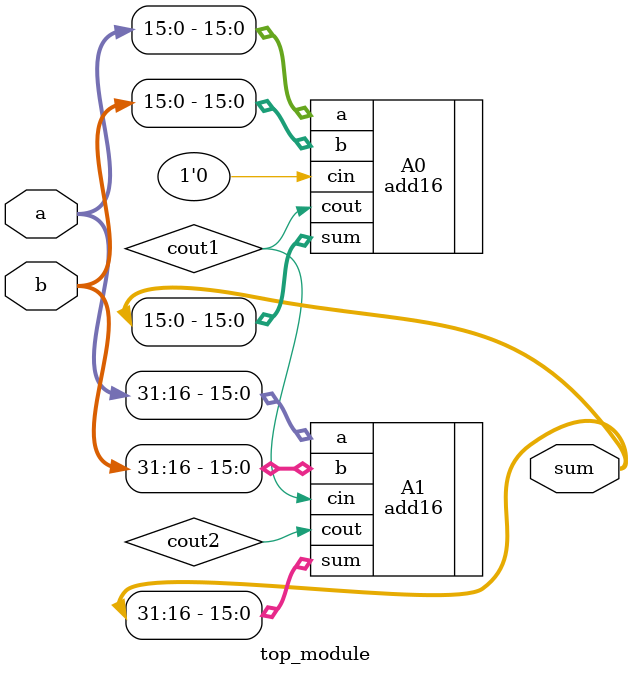
<source format=v>
module top_module(
  input [31:0] a,
  input [31:0] b,
  output [31:0] sum);

  wire cout1,cout2;
  add16 A0 (.a(a[15:0]),.b(b[15:0]),.cin(1'b0),.sum(sum[15:0]),.cout(cout1));
  add16 A1 (.a(a[31:16]),.b(b[31:16]),.cin(cout1),.sum(sum[31:16]),.cout(cout2));          

  
endmodule

</source>
